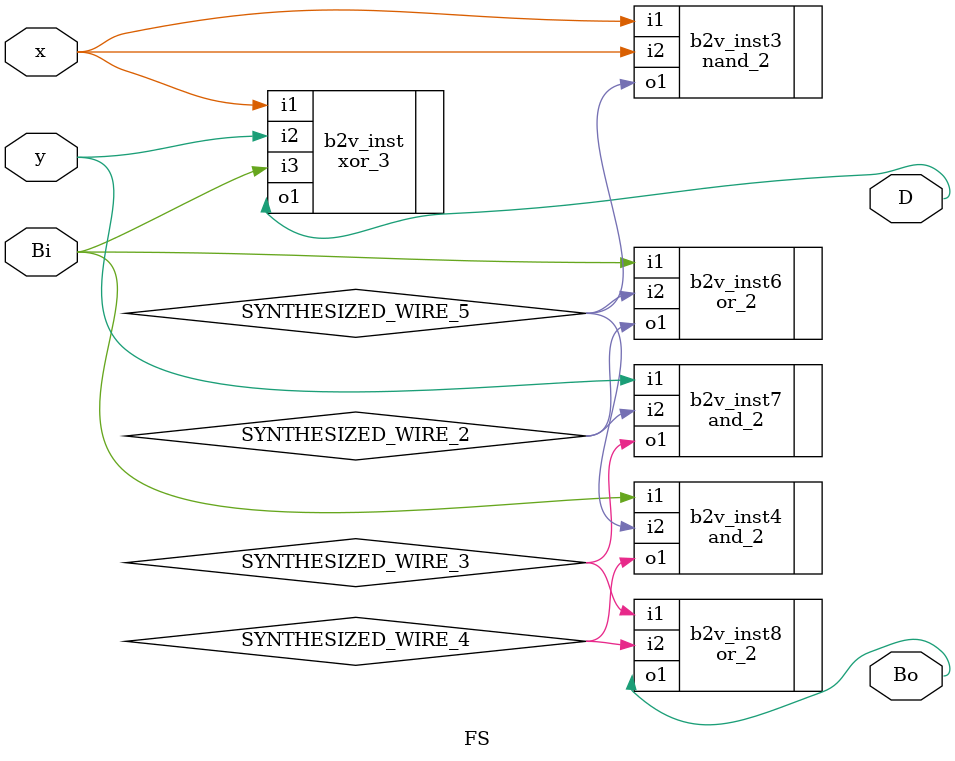
<source format=v>


module FS(
	x,
	y,
	Bi,
	D,
	Bo
);


input wire	x;
input wire	y;
input wire	Bi;
output wire	D;
output wire	Bo;

wire	SYNTHESIZED_WIRE_5;
wire	SYNTHESIZED_WIRE_2;
wire	SYNTHESIZED_WIRE_3;
wire	SYNTHESIZED_WIRE_4;





xor_3	b2v_inst(
	.i1(x),
	.i2(y),
	.i3(Bi),
	.o1(D));


nand_2	b2v_inst3(
	.i1(x),
	.i2(x),
	.o1(SYNTHESIZED_WIRE_5));


and_2	b2v_inst4(
	.i1(Bi),
	.i2(SYNTHESIZED_WIRE_5),
	.o1(SYNTHESIZED_WIRE_4));


or_2	b2v_inst6(
	.i1(Bi),
	.i2(SYNTHESIZED_WIRE_5),
	.o1(SYNTHESIZED_WIRE_2));


and_2	b2v_inst7(
	.i1(y),
	.i2(SYNTHESIZED_WIRE_2),
	.o1(SYNTHESIZED_WIRE_3));


or_2	b2v_inst8(
	.i1(SYNTHESIZED_WIRE_3),
	.i2(SYNTHESIZED_WIRE_4),
	.o1(Bo));


endmodule

</source>
